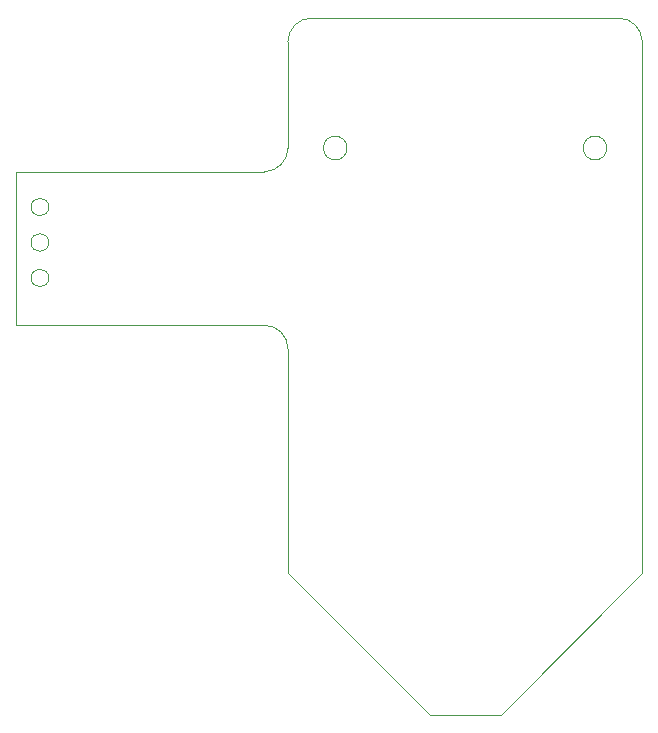
<source format=gbr>
%TF.GenerationSoftware,KiCad,Pcbnew,(7.0.0)*%
%TF.CreationDate,2024-01-30T15:23:45-05:00*%
%TF.ProjectId,eib-neuronexus-a64,6569622d-6e65-4757-926f-6e657875732d,B*%
%TF.SameCoordinates,Original*%
%TF.FileFunction,Profile,NP*%
%FSLAX46Y46*%
G04 Gerber Fmt 4.6, Leading zero omitted, Abs format (unit mm)*
G04 Created by KiCad (PCBNEW (7.0.0)) date 2024-01-30 15:23:45*
%MOMM*%
%LPD*%
G01*
G04 APERTURE LIST*
%TA.AperFunction,Profile*%
%ADD10C,0.100000*%
%TD*%
G04 APERTURE END LIST*
D10*
X101750000Y-87000000D02*
G75*
G03*
X101750000Y-87000000I-750000J0D01*
G01*
X122000000Y-118000000D02*
X134000000Y-130000000D01*
X152000000Y-73000000D02*
X152000000Y-118000000D01*
X120000000Y-84000000D02*
X99000000Y-84000000D01*
X152000000Y-73000000D02*
G75*
G03*
X150000000Y-71000000I-2000000J0D01*
G01*
X120000000Y-84000000D02*
G75*
G03*
X122000000Y-82000000I0J2000000D01*
G01*
X140000000Y-130000000D02*
X152000000Y-118000000D01*
X124000000Y-71000000D02*
G75*
G03*
X122000000Y-73000000I0J-2000000D01*
G01*
X122000000Y-99000000D02*
X122000000Y-118000000D01*
X122000000Y-82000000D02*
X122000000Y-73000000D01*
X101750000Y-90000000D02*
G75*
G03*
X101750000Y-90000000I-750000J0D01*
G01*
X99000000Y-84000000D02*
X99000000Y-97000000D01*
X122000000Y-99000000D02*
G75*
G03*
X120000000Y-97000000I-2000000J0D01*
G01*
X140000000Y-130000000D02*
X134000000Y-130000000D01*
X149000000Y-82000000D02*
G75*
G03*
X149000000Y-82000000I-1000000J0D01*
G01*
X99000000Y-97000000D02*
X120000000Y-97000000D01*
X101750000Y-93000000D02*
G75*
G03*
X101750000Y-93000000I-750000J0D01*
G01*
X124000000Y-71000000D02*
X150000000Y-71000000D01*
X127000000Y-82000000D02*
G75*
G03*
X127000000Y-82000000I-1000000J0D01*
G01*
M02*

</source>
